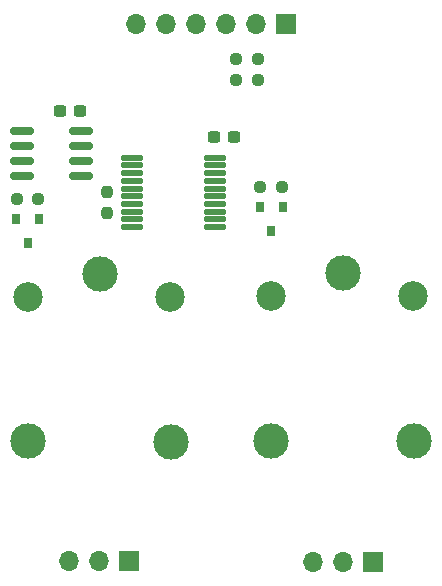
<source format=gts>
G04 #@! TF.GenerationSoftware,KiCad,Pcbnew,7.0.11-2.fc39*
G04 #@! TF.CreationDate,2024-06-02T00:51:06+02:00*
G04 #@! TF.ProjectId,two_relays_extension,74776f5f-7265-46c6-9179-735f65787465,rev?*
G04 #@! TF.SameCoordinates,Original*
G04 #@! TF.FileFunction,Soldermask,Top*
G04 #@! TF.FilePolarity,Negative*
%FSLAX46Y46*%
G04 Gerber Fmt 4.6, Leading zero omitted, Abs format (unit mm)*
G04 Created by KiCad (PCBNEW 7.0.11-2.fc39) date 2024-06-02 00:51:06*
%MOMM*%
%LPD*%
G01*
G04 APERTURE LIST*
G04 Aperture macros list*
%AMRoundRect*
0 Rectangle with rounded corners*
0 $1 Rounding radius*
0 $2 $3 $4 $5 $6 $7 $8 $9 X,Y pos of 4 corners*
0 Add a 4 corners polygon primitive as box body*
4,1,4,$2,$3,$4,$5,$6,$7,$8,$9,$2,$3,0*
0 Add four circle primitives for the rounded corners*
1,1,$1+$1,$2,$3*
1,1,$1+$1,$4,$5*
1,1,$1+$1,$6,$7*
1,1,$1+$1,$8,$9*
0 Add four rect primitives between the rounded corners*
20,1,$1+$1,$2,$3,$4,$5,0*
20,1,$1+$1,$4,$5,$6,$7,0*
20,1,$1+$1,$6,$7,$8,$9,0*
20,1,$1+$1,$8,$9,$2,$3,0*%
G04 Aperture macros list end*
%ADD10R,1.700000X1.700000*%
%ADD11O,1.700000X1.700000*%
%ADD12R,0.800000X0.900000*%
%ADD13C,3.000000*%
%ADD14C,2.500000*%
%ADD15RoundRect,0.237500X0.300000X0.237500X-0.300000X0.237500X-0.300000X-0.237500X0.300000X-0.237500X0*%
%ADD16RoundRect,0.237500X0.250000X0.237500X-0.250000X0.237500X-0.250000X-0.237500X0.250000X-0.237500X0*%
%ADD17RoundRect,0.237500X-0.237500X0.250000X-0.237500X-0.250000X0.237500X-0.250000X0.237500X0.250000X0*%
%ADD18RoundRect,0.125000X-0.825000X-0.125000X0.825000X-0.125000X0.825000X0.125000X-0.825000X0.125000X0*%
%ADD19RoundRect,0.237500X-0.300000X-0.237500X0.300000X-0.237500X0.300000X0.237500X-0.300000X0.237500X0*%
%ADD20RoundRect,0.150000X-0.825000X-0.150000X0.825000X-0.150000X0.825000X0.150000X-0.825000X0.150000X0*%
G04 APERTURE END LIST*
D10*
X152908000Y-59994800D03*
D11*
X150368000Y-59994800D03*
X147828000Y-59994800D03*
X145288000Y-59994800D03*
X142748000Y-59994800D03*
X140208000Y-59994800D03*
D10*
X160259000Y-105537000D03*
D11*
X157719000Y-105537000D03*
X155179000Y-105537000D03*
D12*
X152588000Y-75470000D03*
X150688000Y-75470000D03*
X151638000Y-77470000D03*
D13*
X137114000Y-81177000D03*
D14*
X131064000Y-83127000D03*
D13*
X131064000Y-95327000D03*
X143114000Y-95377000D03*
D14*
X143064000Y-83127000D03*
D15*
X135481400Y-67360800D03*
X133756400Y-67360800D03*
D16*
X152527000Y-73787000D03*
X150702000Y-73787000D03*
D17*
X137703800Y-74169900D03*
X137703800Y-75994900D03*
D12*
X131963200Y-76486000D03*
X130063200Y-76486000D03*
X131013200Y-78486000D03*
D16*
X150469600Y-64744600D03*
X148644600Y-64744600D03*
X131902200Y-74803000D03*
X130077200Y-74803000D03*
D10*
X139573000Y-105410000D03*
D11*
X137033000Y-105410000D03*
X134493000Y-105410000D03*
D18*
X139862800Y-71315200D03*
X139862800Y-71965200D03*
X139862800Y-72615200D03*
X139862800Y-73265200D03*
X139862800Y-73915200D03*
X139862800Y-74565200D03*
X139862800Y-75215200D03*
X139862800Y-75865200D03*
X139862800Y-76515200D03*
X139862800Y-77165200D03*
X146862800Y-77165200D03*
X146862800Y-76515200D03*
X146862800Y-75865200D03*
X146862800Y-75215200D03*
X146862800Y-74565200D03*
X146862800Y-73915200D03*
X146862800Y-73265200D03*
X146862800Y-72615200D03*
X146862800Y-71965200D03*
X146862800Y-71315200D03*
D19*
X146788800Y-69545200D03*
X148513800Y-69545200D03*
D20*
X130533600Y-69037200D03*
X130533600Y-70307200D03*
X130533600Y-71577200D03*
X130533600Y-72847200D03*
X135483600Y-72847200D03*
X135483600Y-71577200D03*
X135483600Y-70307200D03*
X135483600Y-69037200D03*
D16*
X150495000Y-62966600D03*
X148670000Y-62966600D03*
D13*
X157688000Y-81100000D03*
D14*
X151638000Y-83050000D03*
D13*
X151638000Y-95250000D03*
X163688000Y-95300000D03*
D14*
X163638000Y-83050000D03*
M02*

</source>
